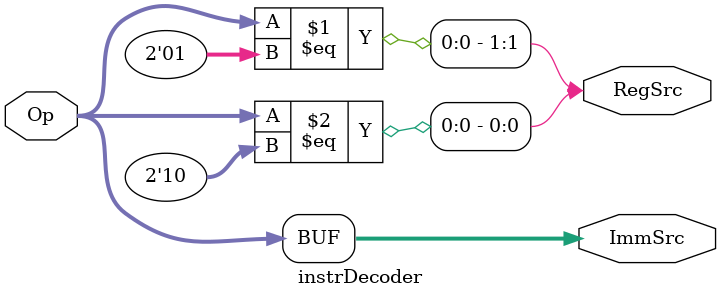
<source format=sv>
module instrDecoder (input logic [1:0] Op,
					 output logic [1:0] ImmSrc,
					 output logic [1:0] RegSrc);
	assign ImmSrc = Op;
	assign RegSrc[1] = (Op == 2'b01);
	assign RegSrc[0] = (Op == 2'b10);
endmodule // instrDecoder
</source>
